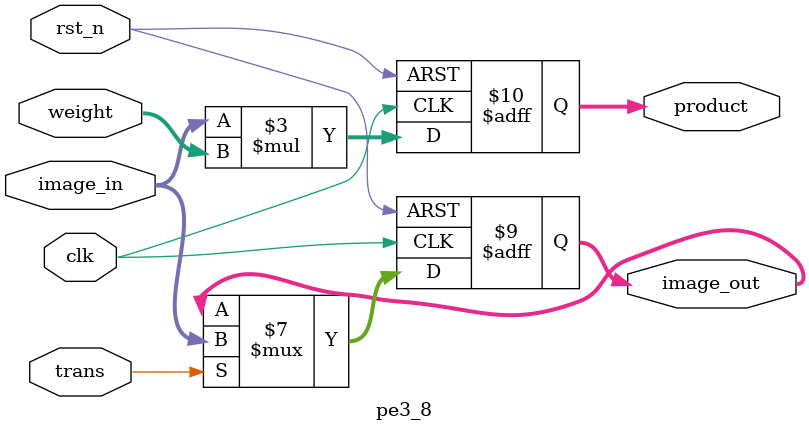
<source format=v>
module pe3_8(
	input 							clk,
	input 							rst_n,
		
	input 			signed	[7:0]		image_in,
	input 			signed	[7:0]		weight,
	output 		reg	signed	[7:0]		product,
	output 		reg	signed	[7:0]		image_out,

	input						trans
);

always@(posedge clk or negedge rst_n)begin
	if(!rst_n)begin
		product <= 8'b0;
	end
	else begin
		product <= image_in * weight;
	end
end

always@(posedge clk or negedge rst_n)begin
	if(!rst_n)begin
		image_out <= 8'b0;
	end
	else if(trans)begin
		image_out <= image_in;
	end
	else begin
		image_out <= image_out;
	end
end

endmodule

</source>
